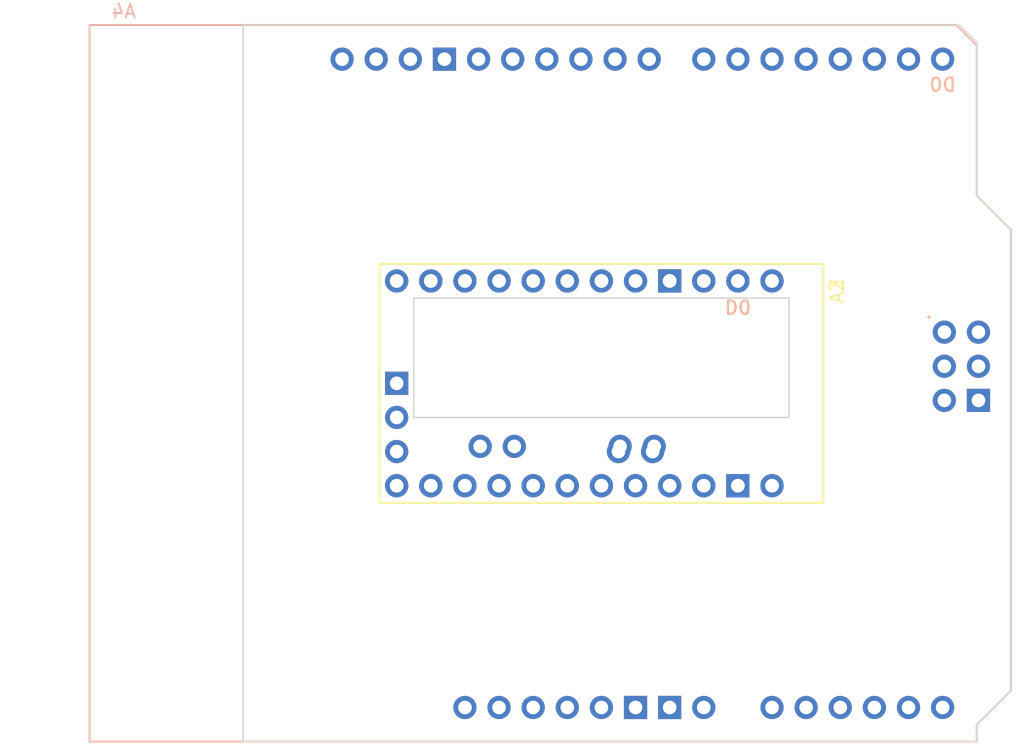
<source format=kicad_pcb>
(kicad_pcb (version 20221018) (generator pcbnew)
  (title_block (title "RP2040-PinTest-0010") (date "2023-11-27") (rev "1.0") (company "(c) Andriy Golovnya"))
  (layers (0 "F.Cu" signal) (31 "B.Cu" signal) (34 "B.Paste" user) (35 "F.Paste" user) (36 "B.SilkS" user "B.Silkscreen") (37 "F.SilkS" user "F.Silkscreen") (38 "B.Mask" user) (39 "F.Mask" user) (44 "Edge.Cuts" user))
  (net 0 "")
  (net 14 "D0")
  (net 15 "D1")
  (net 16 "D2")
  (net 17 "D3")
  (net 18 "D4")
  (net 19 "D5")
  (net 20 "D6")
  (net 21 "D7")
  (net 22 "D8")
  (net 23 "D9")
  (net 24 "D10")
  (net 25 "D11")
  (net 26 "D12")
  (net 27 "D13")
  (net 45 "A0")
  (net 46 "A1")
  (net 47 "A2")
  (net 48 "A3")
  (net 49 "A4")
  (net 50 "A5")
  (net 51 "A6")
  (net 52 "A7")
  (footprint "PCM_arduino-library:Arduino_Pro_Mini_Socket_NoSPH" (layer "F.Cu") (at 157.48 99.06 -90)
    (fp_text reference "A3" (at -6.858 -17.526 90) (layer "F.SilkS"))
    (fp_text value "Arduino_Pro_Mini_Socket_NoSPH")
    (fp_text user "D0" (at -5.715 -10.16 -180 unlocked) (layer "B.SilkS") (effects (justify mirror)))
    (fp_text user "D0" (at -5.715 -10.16 -180 unlocked) (layer "F.SilkS"))
    (fp_line (start -8.89 -16.51) (end -8.89 16.51) (stroke (width 0.15)) (layer "F.SilkS"))
    (fp_line (start 8.89 -16.51) (end -8.89 -16.51) (stroke (width 0.15)) (layer "F.SilkS"))
    (fp_line (start 8.89 -16.51) (end 8.89 16.51) (stroke (width 0.15)) (layer "F.SilkS"))
    (fp_line (start 8.89 16.51) (end -8.89 16.51) (stroke (width 0.15)) (layer "F.SilkS"))
    (pad "A0" thru_hole circle (at 7.62 5.08 270) (size 1.7272 1.7272) (drill 1.016) (layers "*.Cu" "*.Mask") (net 45 "A0"))
    (pad "A1" thru_hole circle (at 7.62 2.54 270) (size 1.7272 1.7272) (drill 1.016) (layers "*.Cu" "*.Mask") (net 46 "A1"))
    (pad "A2" thru_hole circle (at 7.62 0 270) (size 1.7272 1.7272) (drill 1.016) (layers "*.Cu" "*.Mask") (net 47 "A2"))
    (pad "A3" thru_hole circle (at 7.62 -2.54 270) (size 1.7272 1.7272) (drill 1.016) (layers "*.Cu" "*.Mask") (net 48 "A3"))
    (pad "A4" thru_hole circle (at 4.6941 -1.3894 270) (size 1.7272 1.7272) (drill 1.016) (layers "*.Cu" "*.Mask") (net 49 "A4"))
    (pad "A5" thru_hole circle (at 4.6941 -3.9294 270) (size 1.7272 1.7272) (drill 1.016) (layers "*.Cu" "*.Mask") (net 50 "A5"))
    (pad "A6" thru_hole circle (at 4.6941 9.0246 270) (size 1.7272 1.7272) (drill 1.016) (layers "*.Cu" "*.Mask") (net 51 "A6"))
    (pad "A7" thru_hole circle (at 4.6941 6.484 270) (size 1.7272 1.7272) (drill 1.016) (layers "*.Cu" "*.Mask") (net 52 "A7"))
    (pad "D0" thru_hole circle (at -7.62 -10.16 270) (size 1.7272 1.7272) (drill 1.016) (layers "*.Cu" "*.Mask") (net 14 "D0"))
    (pad "D1" thru_hole circle (at -7.62 -12.7 270) (size 1.7272 1.7272) (drill 1.016) (layers "*.Cu" "*.Mask") (net 15 "D1"))
    (pad "D2" thru_hole circle (at -7.62 -2.54 270) (size 1.7272 1.7272) (drill 1.016) (layers "*.Cu" "*.Mask") (net 16 "D2"))
    (pad "D3" thru_hole circle (at -7.62 0 270) (size 1.7272 1.7272) (drill 1.016) (layers "*.Cu" "*.Mask") (net 17 "D3"))
    (pad "D4" thru_hole circle (at -7.62 2.54 270) (size 1.7272 1.7272) (drill 1.016) (layers "*.Cu" "*.Mask") (net 18 "D4"))
    (pad "D5" thru_hole circle (at -7.62 5.08 270) (size 1.7272 1.7272) (drill 1.016) (layers "*.Cu" "*.Mask") (net 19 "D5"))
    (pad "D6" thru_hole circle (at -7.62 7.62 270) (size 1.7272 1.7272) (drill 1.016) (layers "*.Cu" "*.Mask") (net 20 "D6"))
    (pad "D7" thru_hole circle (at -7.62 10.16 270) (size 1.7272 1.7272) (drill 1.016) (layers "*.Cu" "*.Mask") (net 21 "D7"))
    (pad "D8" thru_hole circle (at -7.62 12.7 270) (size 1.7272 1.7272) (drill 1.016) (layers "*.Cu" "*.Mask") (net 22 "D8"))
    (pad "D9" thru_hole circle (at -7.62 15.24 270) (size 1.7272 1.7272) (drill 1.016) (layers "*.Cu" "*.Mask") (net 23 "D9"))
    (pad "D10" thru_hole circle (at 7.62 15.24 270) (size 1.7272 1.7272) (drill 1.016) (layers "*.Cu" "*.Mask") (net 24 "D10"))
    (pad "D11" thru_hole circle (at 7.62 12.7 270) (size 1.7272 1.7272) (drill 1.016) (layers "*.Cu" "*.Mask") (net 25 "D11"))
    (pad "D12" thru_hole circle (at 7.62 10.16 270) (size 1.7272 1.7272) (drill 1.016) (layers "*.Cu" "*.Mask") (net 26 "D12"))
    (pad "D13" thru_hole circle (at 7.62 7.62 270) (size 1.7272 1.7272) (drill 1.016) (layers "*.Cu" "*.Mask") (net 27 "D13"))
    (pad "GND1" thru_hole rect (at -7.62 -5.08 270) (size 1.7272 1.7272) (drill 1.016) (layers "*.Cu" "*.Mask"))
    (pad "GND2" thru_hole rect (at 7.62 -10.16 270) (size 1.7272 1.7272) (drill 1.016) (layers "*.Cu" "*.Mask"))
    (pad "RAW" thru_hole circle (at 7.62 -12.7 270) (size 1.7272 1.7272) (drill 1.016) (layers "*.Cu" "*.Mask"))
    (pad "RST1" thru_hole circle (at -7.62 -7.62 270) (size 1.7272 1.7272) (drill 1.016) (layers "*.Cu" "*.Mask"))
    (pad "RST2" thru_hole circle (at 7.62 -7.62 270) (size 1.7272 1.7272) (drill 1.016) (layers "*.Cu" "*.Mask"))
    (pad "Vcc1" thru_hole circle (at 7.62 -5.08 270) (size 1.7272 1.7272) (drill 1.016) (layers "*.Cu" "*.Mask"))
  )
  (footprint "PCM_arduino-library:Clone_Pro_Mini_Socket_NoSPH" (layer "F.Cu") (at 157.48 99.06 -90)
    (fp_text reference "A2" (at -6.858 -17.526 90) (layer "F.SilkS"))
    (fp_text value "Clone_Pro_Mini_Socket_NoSPH")
    (fp_text user "D0" (at -5.715 -10.16 -180 unlocked) (layer "B.SilkS") (effects (justify mirror)))
    (fp_text user "D0" (at -5.715 -10.16 -180 unlocked) (layer "F.SilkS"))
    (fp_line (start -8.89 -16.51) (end -8.89 16.51) (stroke (width 0.15)) (layer "F.SilkS"))
    (fp_line (start 8.89 -16.51) (end -8.89 -16.51) (stroke (width 0.15)) (layer "F.SilkS"))
    (fp_line (start 8.89 -16.51) (end 8.89 16.51) (stroke (width 0.15)) (layer "F.SilkS"))
    (fp_line (start 8.89 16.51) (end -8.89 16.51) (stroke (width 0.15)) (layer "F.SilkS"))
    (pad "A0" thru_hole circle (at 7.62 5.08 270) (size 1.7272 1.7272) (drill 1.016) (layers "*.Cu" "*.Mask") (net 45 "A0"))
    (pad "A1" thru_hole circle (at 7.62 2.54 270) (size 1.7272 1.7272) (drill 1.016) (layers "*.Cu" "*.Mask") (net 46 "A1"))
    (pad "A2" thru_hole circle (at 7.62 0 270) (size 1.7272 1.7272) (drill 1.016) (layers "*.Cu" "*.Mask") (net 47 "A2"))
    (pad "A3" thru_hole circle (at 7.62 -2.54 270) (size 1.7272 1.7272) (drill 1.016) (layers "*.Cu" "*.Mask") (net 48 "A3"))
    (pad "A4" thru_hole circle (at 5.08 -1.27 270) (size 1.7272 1.7272) (drill 1.016) (layers "*.Cu" "*.Mask") (net 49 "A4"))
    (pad "A5" thru_hole circle (at 5.08 -3.81 270) (size 1.7272 1.7272) (drill 1.016) (layers "*.Cu" "*.Mask") (net 50 "A5"))
    (pad "A6" thru_hole circle (at 2.54 15.24 270) (size 1.7272 1.7272) (drill 1.016) (layers "*.Cu" "*.Mask") (net 51 "A6"))
    (pad "A7" thru_hole circle (at 5.08 15.24 270) (size 1.7272 1.7272) (drill 1.016) (layers "*.Cu" "*.Mask") (net 52 "A7"))
    (pad "D0" thru_hole circle (at -7.62 -10.16 270) (size 1.7272 1.7272) (drill 1.016) (layers "*.Cu" "*.Mask") (net 14 "D0"))
    (pad "D1" thru_hole circle (at -7.62 -12.7 270) (size 1.7272 1.7272) (drill 1.016) (layers "*.Cu" "*.Mask") (net 15 "D1"))
    (pad "D2" thru_hole circle (at -7.62 -2.54 270) (size 1.7272 1.7272) (drill 1.016) (layers "*.Cu" "*.Mask") (net 16 "D2"))
    (pad "D3" thru_hole circle (at -7.62 0 270) (size 1.7272 1.7272) (drill 1.016) (layers "*.Cu" "*.Mask") (net 17 "D3"))
    (pad "D4" thru_hole circle (at -7.62 2.54 270) (size 1.7272 1.7272) (drill 1.016) (layers "*.Cu" "*.Mask") (net 18 "D4"))
    (pad "D5" thru_hole circle (at -7.62 5.08 270) (size 1.7272 1.7272) (drill 1.016) (layers "*.Cu" "*.Mask") (net 19 "D5"))
    (pad "D6" thru_hole circle (at -7.62 7.62 270) (size 1.7272 1.7272) (drill 1.016) (layers "*.Cu" "*.Mask") (net 20 "D6"))
    (pad "D7" thru_hole circle (at -7.62 10.16 270) (size 1.7272 1.7272) (drill 1.016) (layers "*.Cu" "*.Mask") (net 21 "D7"))
    (pad "D8" thru_hole circle (at -7.62 12.7 270) (size 1.7272 1.7272) (drill 1.016) (layers "*.Cu" "*.Mask") (net 22 "D8"))
    (pad "D9" thru_hole circle (at -7.62 15.24 270) (size 1.7272 1.7272) (drill 1.016) (layers "*.Cu" "*.Mask") (net 23 "D9"))
    (pad "D10" thru_hole circle (at 7.62 15.24 270) (size 1.7272 1.7272) (drill 1.016) (layers "*.Cu" "*.Mask") (net 24 "D10"))
    (pad "D11" thru_hole circle (at 7.62 12.7 270) (size 1.7272 1.7272) (drill 1.016) (layers "*.Cu" "*.Mask") (net 25 "D11"))
    (pad "D12" thru_hole circle (at 7.62 10.16 270) (size 1.7272 1.7272) (drill 1.016) (layers "*.Cu" "*.Mask") (net 26 "D12"))
    (pad "D13" thru_hole circle (at 7.62 7.62 270) (size 1.7272 1.7272) (drill 1.016) (layers "*.Cu" "*.Mask") (net 27 "D13"))
    (pad "GND1" thru_hole rect (at -7.62 -5.08 270) (size 1.7272 1.7272) (drill 1.016) (layers "*.Cu" "*.Mask"))
    (pad "GND2" thru_hole rect (at 7.62 -10.16 270) (size 1.7272 1.7272) (drill 1.016) (layers "*.Cu" "*.Mask"))
    (pad "GND3" thru_hole rect (at 0 15.24 270) (size 1.7272 1.7272) (drill 1.016) (layers "*.Cu" "*.Mask"))
    (pad "RAW" thru_hole circle (at 7.62 -12.7 270) (size 1.7272 1.7272) (drill 1.016) (layers "*.Cu" "*.Mask"))
    (pad "RST1" thru_hole circle (at -7.62 -7.62 270) (size 1.7272 1.7272) (drill 1.016) (layers "*.Cu" "*.Mask"))
    (pad "RST2" thru_hole circle (at 7.62 -7.62 270) (size 1.7272 1.7272) (drill 1.016) (layers "*.Cu" "*.Mask"))
    (pad "Vcc1" thru_hole circle (at 7.62 -5.08 270) (size 1.7272 1.7272) (drill 1.016) (layers "*.Cu" "*.Mask"))
  )
  (footprint "PCM_arduino-library:Arduino_Uno_R3_Shield" (layer "F.Cu") (at 119.38 125.73)
    (fp_text reference "A4" (at 2.54 -54.356) (layer "B.SilkS") (effects (justify mirror)))
    (fp_text value "Arduino_Uno_R3_Shield")
    (fp_text user "D0" (at 63.5 -48.895 unlocked) (layer "B.SilkS") (effects (justify mirror)))
    (fp_text user "." (at 62.484 -32.004) (layer "B.SilkS"))
    (fp_text user "D0" (at 63.5 -48.895 unlocked) (layer "F.SilkS"))
    (fp_text user "." (at 62.484 -32.004) (layer "F.SilkS"))
    (fp_line (start 0 -53.34) (end 0 0) (stroke (width 0.15)) (layer "B.SilkS"))
    (fp_line (start 0 -53.34) (end 64.516 -53.34) (stroke (width 0.15)) (layer "B.SilkS"))
    (fp_line (start 0 0) (end 66.04 0) (stroke (width 0.15)) (layer "B.SilkS"))
    (fp_line (start 64.516 -53.34) (end 66.04 -51.816) (stroke (width 0.15)) (layer "B.SilkS"))
    (fp_line (start 66.04 -40.64) (end 66.04 -51.816) (stroke (width 0.15)) (layer "B.SilkS"))
    (fp_line (start 66.04 -1.27) (end 68.58 -3.81) (stroke (width 0.15)) (layer "B.SilkS"))
    (fp_line (start 66.04 0) (end 66.04 -1.27) (stroke (width 0.15)) (layer "B.SilkS"))
    (fp_line (start 68.58 -38.1) (end 66.04 -40.64) (stroke (width 0.15)) (layer "B.SilkS"))
    (fp_line (start 68.58 -3.81) (end 68.58 -38.1) (stroke (width 0.15)) (layer "B.SilkS"))
    (pad "" np_thru_hole circle (at 13.97 -2.54) (size 3.2 3.2) (drill 3.2) (layers "*.Cu" "*.Mask"))
    (pad "" np_thru_hole circle (at 15.24 -50.8) (size 3.2 3.2) (drill 3.2) (layers "*.Cu" "*.Mask"))
    (pad "" thru_hole oval (at 27.94 -2.54) (size 1.7272 1.7272) (drill 1.016) (layers "*.Cu" "*.Mask"))
    (pad "" np_thru_hole circle (at 66.04 -35.56) (size 3.2 3.2) (drill 3.2) (layers "*.Cu" "*.Mask"))
    (pad "" np_thru_hole circle (at 66.04 -7.62) (size 3.2 3.2) (drill 3.2) (layers "*.Cu" "*.Mask"))
    (pad "3V3" thru_hole oval (at 35.56 -2.54) (size 1.7272 1.7272) (drill 1.016) (layers "*.Cu" "*.Mask"))
    (pad "5V1" thru_hole oval (at 38.1 -2.54) (size 1.7272 1.7272) (drill 1.016) (layers "*.Cu" "*.Mask"))
    (pad "5V2" thru_hole oval (at 66.167 -30.48) (size 1.7272 1.7272) (drill 1.016) (layers "*.Cu" "*.Mask"))
    (pad "A0" thru_hole oval (at 50.8 -2.54) (size 1.7272 1.7272) (drill 1.016) (layers "*.Cu" "*.Mask") (net 45 "A0"))
    (pad "A1" thru_hole oval (at 53.34 -2.54) (size 1.7272 1.7272) (drill 1.016) (layers "*.Cu" "*.Mask") (net 46 "A1"))
    (pad "A2" thru_hole oval (at 55.88 -2.54) (size 1.7272 1.7272) (drill 1.016) (layers "*.Cu" "*.Mask") (net 47 "A2"))
    (pad "A3" thru_hole oval (at 58.42 -2.54) (size 1.7272 1.7272) (drill 1.016) (layers "*.Cu" "*.Mask") (net 48 "A3"))
    (pad "A4" thru_hole oval (at 60.96 -2.54) (size 1.7272 1.7272) (drill 1.016) (layers "*.Cu" "*.Mask") (net 49 "A4"))
    (pad "A5" thru_hole oval (at 63.5 -2.54) (size 1.7272 1.7272) (drill 1.016) (layers "*.Cu" "*.Mask") (net 50 "A5"))
    (pad "AREF" thru_hole oval (at 23.876 -50.8) (size 1.7272 1.7272) (drill 1.016) (layers "*.Cu" "*.Mask"))
    (pad "D0" thru_hole oval (at 63.5 -50.8) (size 1.7272 1.7272) (drill 1.016) (layers "*.Cu" "*.Mask") (net 14 "D0"))
    (pad "D1" thru_hole oval (at 60.96 -50.8) (size 1.7272 1.7272) (drill 1.016) (layers "*.Cu" "*.Mask") (net 15 "D1"))
    (pad "D2" thru_hole oval (at 58.42 -50.8) (size 1.7272 1.7272) (drill 1.016) (layers "*.Cu" "*.Mask") (net 16 "D2"))
    (pad "D3" thru_hole oval (at 55.88 -50.8) (size 1.7272 1.7272) (drill 1.016) (layers "*.Cu" "*.Mask") (net 17 "D3"))
    (pad "D4" thru_hole oval (at 53.34 -50.8) (size 1.7272 1.7272) (drill 1.016) (layers "*.Cu" "*.Mask") (net 18 "D4"))
    (pad "D5" thru_hole oval (at 50.8 -50.8) (size 1.7272 1.7272) (drill 1.016) (layers "*.Cu" "*.Mask") (net 19 "D5"))
    (pad "D6" thru_hole oval (at 48.26 -50.8) (size 1.7272 1.7272) (drill 1.016) (layers "*.Cu" "*.Mask") (net 20 "D6"))
    (pad "D7" thru_hole oval (at 45.72 -50.8) (size 1.7272 1.7272) (drill 1.016) (layers "*.Cu" "*.Mask") (net 21 "D7"))
    (pad "D8" thru_hole oval (at 41.656 -50.8) (size 1.7272 1.7272) (drill 1.016) (layers "*.Cu" "*.Mask") (net 22 "D8"))
    (pad "D9" thru_hole oval (at 39.116 -50.8) (size 1.7272 1.7272) (drill 1.016) (layers "*.Cu" "*.Mask") (net 23 "D9"))
    (pad "D10" thru_hole oval (at 36.576 -50.8) (size 1.7272 1.7272) (drill 1.016) (layers "*.Cu" "*.Mask") (net 24 "D10"))
    (pad "D11" thru_hole oval (at 34.036 -50.8) (size 1.7272 1.7272) (drill 1.016) (layers "*.Cu" "*.Mask") (net 25 "D11"))
    (pad "D12" thru_hole oval (at 31.496 -50.8) (size 1.7272 1.7272) (drill 1.016) (layers "*.Cu" "*.Mask") (net 26 "D12"))
    (pad "D13" thru_hole oval (at 28.956 -50.8) (size 1.7272 1.7272) (drill 1.016) (layers "*.Cu" "*.Mask") (net 27 "D13"))
    (pad "GND1" thru_hole rect (at 26.416 -50.8) (size 1.7272 1.7272) (drill 1.016) (layers "*.Cu" "*.Mask"))
    (pad "GND2" thru_hole rect (at 40.64 -2.54) (size 1.7272 1.7272) (drill 1.016) (layers "*.Cu" "*.Mask"))
    (pad "GND3" thru_hole rect (at 43.18 -2.54) (size 1.7272 1.7272) (drill 1.016) (layers "*.Cu" "*.Mask"))
    (pad "GND4" thru_hole rect (at 66.167 -25.4) (size 1.7272 1.7272) (drill 1.016) (layers "*.Cu" "*.Mask"))
    (pad "IORF" thru_hole oval (at 30.48 -2.54) (size 1.7272 1.7272) (drill 1.016) (layers "*.Cu" "*.Mask"))
    (pad "MISO" thru_hole oval (at 63.627 -30.48) (size 1.7272 1.7272) (drill 1.016) (layers "*.Cu" "*.Mask"))
    (pad "MOSI" thru_hole oval (at 66.167 -27.94) (size 1.7272 1.7272) (drill 1.016) (layers "*.Cu" "*.Mask"))
    (pad "RST1" thru_hole oval (at 33.02 -2.54) (size 1.7272 1.7272) (drill 1.016) (layers "*.Cu" "*.Mask"))
    (pad "RST2" thru_hole oval (at 63.627 -25.4) (size 1.7272 1.7272) (drill 1.016) (layers "*.Cu" "*.Mask"))
    (pad "SCK" thru_hole oval (at 63.627 -27.94) (size 1.7272 1.7272) (drill 1.016) (layers "*.Cu" "*.Mask"))
    (pad "SCL" thru_hole oval (at 18.796 -50.8) (size 1.7272 1.7272) (drill 1.016) (layers "*.Cu" "*.Mask"))
    (pad "SDA" thru_hole oval (at 21.336 -50.8) (size 1.7272 1.7272) (drill 1.016) (layers "*.Cu" "*.Mask"))
    (pad "VIN" thru_hole oval (at 45.72 -2.54) (size 1.7272 1.7272) (drill 1.016) (layers "*.Cu" "*.Mask"))
  )
  (gr_line (start 143.51 92.71) (end 143.51 101.6) (stroke (width 0.1)) (layer "Edge.Cuts"))
  (gr_line (start 171.45 101.6) (end 171.45 92.71) (stroke (width 0.1)) (layer "Edge.Cuts"))
  (gr_line (start 185.42 125.73) (end 185.42 124.46) (stroke (width 0.1)) (layer "Edge.Cuts"))
  (gr_line (start 187.96 121.92) (end 187.96 87.63) (stroke (width 0.1)) (layer "Edge.Cuts"))
  (gr_line (start 187.96 87.63) (end 185.42 85.09) (stroke (width 0.1)) (layer "Edge.Cuts"))
  (gr_line (start 185.42 124.46) (end 187.96 121.92) (stroke (width 0.1)) (layer "Edge.Cuts"))
  (gr_line (start 130.81 72.39) (end 130.81 125.73) (stroke (width 0.1)) (layer "Edge.Cuts"))
  (gr_line (start 143.51 101.6) (end 171.45 101.6) (stroke (width 0.1)) (layer "Edge.Cuts"))
  (gr_line (start 185.42 85.09) (end 185.42 73.66) (stroke (width 0.1)) (layer "Edge.Cuts"))
  (gr_line (start 184.15 72.39) (end 130.81 72.39) (stroke (width 0.1)) (layer "Edge.Cuts"))
  (gr_line (start 171.45 92.71) (end 143.51 92.71) (stroke (width 0.1)) (layer "Edge.Cuts"))
  (gr_line (start 185.42 73.66) (end 184.15 72.39) (stroke (width 0.1)) (layer "Edge.Cuts"))
  (gr_line (start 130.81 125.73) (end 185.42 125.73) (stroke (width 0.1)) (layer "Edge.Cuts"))
)
</source>
